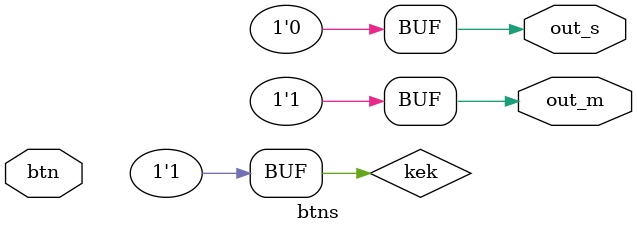
<source format=v>
module btns(out_m, out_s, btn);


output reg out_m, out_s;
input btn;


reg kek = 0;


always @  (btn)
	begin
		if (kek)
			kek = 0;
		else 
			kek = 1;
			
		if (kek)
			begin 
				out_m = 1'b1;
				out_s = 1'b0;
			end
		else 
			begin
				out_m = 1'b0;
				out_s = 1'b1;
			end
	end
endmodule
</source>
